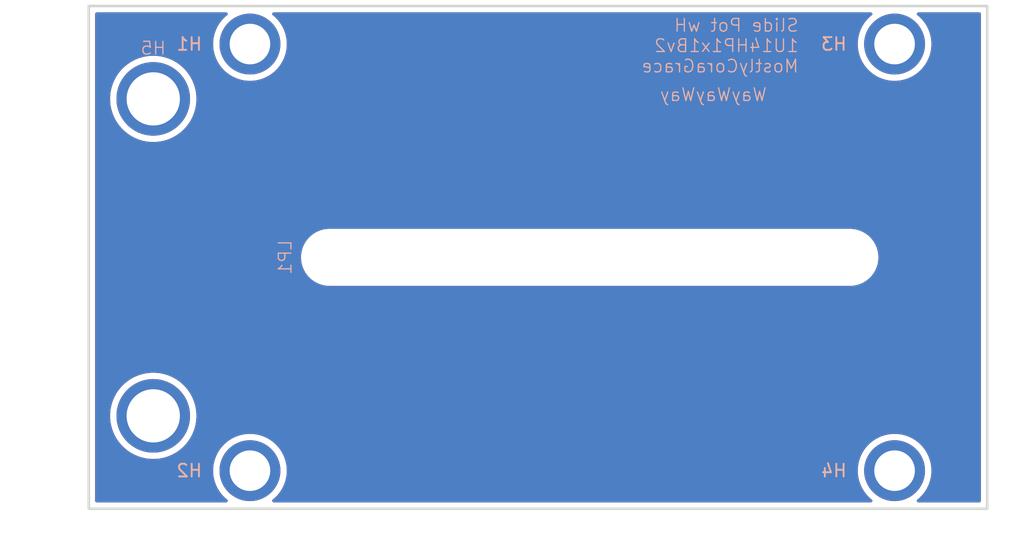
<source format=kicad_pcb>
(kicad_pcb (version 20241229) (generator "pcbnew") (generator_version "9.0")
  (layers (0 "F.Cu" signal) (2 "B.Cu" signal) (13 "F.Paste" user) (15 "B.Paste" user) (5 "F.SilkS" user "F.Silkscreen") (7 "B.SilkS" user "B.Silkscreen") (1 "F.Mask" user) (3 "B.Mask" user) (25 "Edge.Cuts" user))
  (net 0 "")
  (footprint "EXC:Linear_Potentiometer_45mm_M2_Panel_Mount_Top" (layer "F.Cu") (at 39.475 22.25 90)
    (property "Reference" "LP1" (at 0 -24.003 90) (layer "B.SilkS") (effects (font (thickness 0.1)) (justify mirror)))
    (property "Value" "Linear_Potentiometer_45mm_M2_Panel_Mount_Top")
    (pad "" np_thru_hole oval (at 0 0 90) (size 4 45) (drill oval 4 45) (layers "*.Cu" "*.Mask"))
  )
  (footprint "EXC:MountingHole_3.2mm_M3" (layer "F.Cu") (at 63.5 39.075)
    (property "Reference" "H4" (at -3.683 0 0) (layer "B.SilkS") (effects (justify left mirror)))
    (property "Value" "Eurorack_M3_MountingHole")
    (pad "" thru_hole circle (at 0 0) (size 4.8 4.8) (drill 3.2) (layers "*.Cu" "*.Mask"))
  )
  (footprint "EXC:Handle_1UM3P25_A" (layer "F.Cu") (at 5.08 9.75)
    (property "Reference" "H5" (at 0 -4 0) (layer "B.SilkS") (effects (font (thickness 0.1)) (justify mirror)))
    (property "Value" "Handle_1UM3P25_PanelMount_A")
    (pad "" thru_hole circle (at 0 0) (size 5.8 5.8) (drill 4.2) (layers "*.Cu" "*.Mask"))
    (pad "" thru_hole circle (at 0 25) (size 5.8 5.8) (drill 4.2) (layers "*.Cu" "*.Mask"))
  )
  (footprint "EXC:MountingHole_3.2mm_M3" (layer "F.Cu") (at 63.5 5.425)
    (property "Reference" "H3" (at -3.683 0 0) (layer "B.SilkS") (effects (justify left mirror)))
    (property "Value" "Eurorack_M3_MountingHole")
    (pad "" thru_hole circle (at 0 0) (size 4.8 4.8) (drill 3.2) (layers "*.Cu" "*.Mask"))
  )
  (footprint "EXC:MountingHole_3.2mm_M3" (layer "F.Cu") (at 12.7 5.425)
    (property "Reference" "H1" (at -3.683 0 0) (layer "B.SilkS") (effects (justify left mirror)))
    (property "Value" "Eurorack_M3_MountingHole")
    (pad "" thru_hole circle (at 0 0) (size 4.8 4.8) (drill 3.2) (layers "*.Cu" "*.Mask"))
  )
  (footprint "EXC:MountingHole_3.2mm_M3" (layer "F.Cu") (at 12.7 39.075)
    (property "Reference" "H2" (at -3.683 0 0) (layer "B.SilkS") (effects (justify left mirror)))
    (property "Value" "Eurorack_M3_MountingHole")
    (pad "" thru_hole circle (at 0 0) (size 4.8 4.8) (drill 3.2) (layers "*.Cu" "*.Mask"))
  )
  (gr_rect (start 0 2.425) (end 70.8 42.075) (stroke (width 0.2)) (fill no) (layer "Edge.Cuts"))
  (gr_text "WayWayWay" (at 53.5 10 0) (layer "B.SilkS") (effects (font (size 1 1) (thickness 0.1)) (justify left bottom mirror)))
  (gr_text "Slide Pot wH\n1U14HP1x1Bv2\nMostlyCoraGrace" (at 56 7.75 0) (layer "B.SilkS") (effects (font (size 1 1) (thickness 0.1)) (justify left bottom mirror)))
  (zone (net 0) (net_name "") (layers "F.Cu" "B.Cu") (connect_pads (clearance 0.5)) (min_thickness 0.25) (fill yes (thermal_gap 0.5) (thermal_bridge_width 0.5) (island_removal_mode 1) (island_area_min 10))
    (polygon (pts (xy 0 2.425) (xy 70.8 2.425) (xy 70.8 42.075) (xy 0 42.075)))
  )
)
</source>
